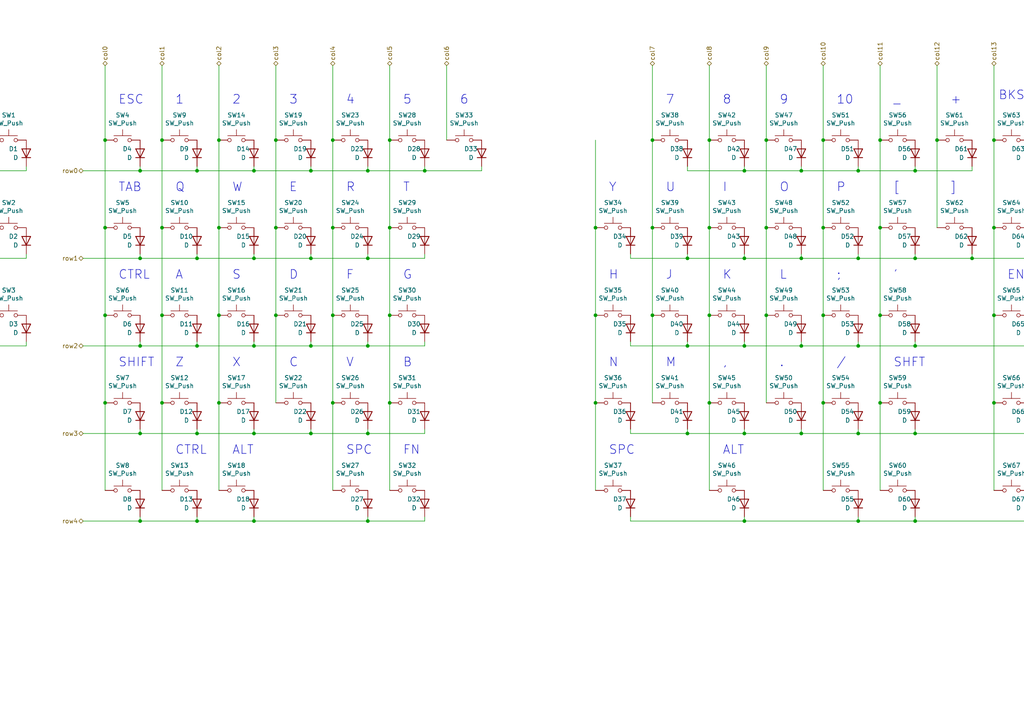
<source format=kicad_sch>
(kicad_sch (version 20211123) (generator eeschema)
  (paper "A4")
  (lib_symbols
    (symbol "Device:D" (pin_numbers hide) (pin_names (offset 1.016) hide)
      (property "Reference" "D" (at 0 2.54 0))
      (property "Value" "D" (at 0 -2.54 0))
      (symbol "D_0_1"
        (polyline (pts (xy -1.27 1.27) (xy -1.27 -1.27)) (stroke (width 0.254)))
        (polyline (pts (xy 1.27 0) (xy -1.27 0)))
        (polyline (pts (xy 1.27 1.27) (xy 1.27 -1.27) (xy -1.27 0) (xy 1.27 1.27)) (stroke (width 0.254)))
      )
      (symbol "D_1_1"
        (pin passive line (at -3.81 0 0) (length 2.54) (name "K") (number "1"))
        (pin passive line (at 3.81 0 180) (length 2.54) (name "A") (number "2"))
      )
    )
    (symbol "Switch:SW_Push" (pin_numbers hide) (pin_names (offset 1.016) hide)
      (property "Reference" "SW" (at 1.27 2.54 0))
      (property "Value" "SW_Push" (at 0 -1.524 0))
      (symbol "SW_Push_0_1"
        (circle (center -2.032 0) (radius 0.508))
        (polyline (pts (xy 0 1.27) (xy 0 3.048)))
        (polyline (pts (xy 2.54 1.27) (xy -2.54 1.27)))
        (circle (center 2.032 0) (radius 0.508))
        (pin passive line (at -5.08 0 0) (length 2.54) (name "1") (number "1"))
        (pin passive line (at 5.08 0 180) (length 2.54) (name "2") (number "2"))
      )
    )
  )
  (junction (at 73.66 49.53))
  (junction (at 288.29 40.64))
  (junction (at 255.27 40.64))
  (junction (at 255.27 116.84))
  (junction (at 238.76 40.64))
  (junction (at 57.15 74.93))
  (junction (at 96.52 66.04))
  (junction (at 271.78 40.64))
  (junction (at 265.43 100.33))
  (junction (at 232.41 125.73))
  (junction (at 57.15 125.73))
  (junction (at 73.66 125.73))
  (junction (at 232.41 74.93))
  (junction (at 205.74 40.64))
  (junction (at 46.99 91.44))
  (junction (at 288.29 91.44))
  (junction (at 215.9 74.93))
  (junction (at 199.39 125.73))
  (junction (at 80.01 40.64))
  (junction (at 255.27 91.44))
  (junction (at 96.52 116.84))
  (junction (at 57.15 49.53))
  (junction (at 30.48 91.44))
  (junction (at 63.5 91.44))
  (junction (at 288.29 66.04))
  (junction (at 106.68 125.73))
  (junction (at 96.52 40.64))
  (junction (at 298.45 125.73))
  (junction (at 265.43 151.13))
  (junction (at 248.92 151.13))
  (junction (at 238.76 91.44))
  (junction (at 222.25 40.64))
  (junction (at 90.17 49.53))
  (junction (at 106.68 151.13))
  (junction (at 265.43 125.73))
  (junction (at 80.01 66.04))
  (junction (at 46.99 40.64))
  (junction (at 113.03 116.84))
  (junction (at 215.9 151.13))
  (junction (at 215.9 100.33))
  (junction (at 238.76 66.04))
  (junction (at 298.45 151.13))
  (junction (at 189.23 66.04))
  (junction (at 90.17 125.73))
  (junction (at 281.94 74.93))
  (junction (at 113.03 66.04))
  (junction (at 265.43 49.53))
  (junction (at 96.52 91.44))
  (junction (at 113.03 40.64))
  (junction (at 57.15 151.13))
  (junction (at 232.41 49.53))
  (junction (at 73.66 100.33))
  (junction (at 265.43 74.93))
  (junction (at 106.68 49.53))
  (junction (at 248.92 100.33))
  (junction (at 113.03 91.44))
  (junction (at 63.5 116.84))
  (junction (at -2.54 40.64))
  (junction (at 205.74 91.44))
  (junction (at 63.5 66.04))
  (junction (at 40.64 74.93))
  (junction (at 189.23 40.64))
  (junction (at 106.68 74.93))
  (junction (at 232.41 100.33))
  (junction (at 199.39 100.33))
  (junction (at 238.76 116.84))
  (junction (at 40.64 49.53))
  (junction (at 40.64 125.73))
  (junction (at 80.01 91.44))
  (junction (at 40.64 151.13))
  (junction (at -2.54 91.44))
  (junction (at 205.74 116.84))
  (junction (at 73.66 151.13))
  (junction (at -2.54 66.04))
  (junction (at 123.19 49.53))
  (junction (at 106.68 100.33))
  (junction (at 172.72 66.04))
  (junction (at 205.74 66.04))
  (junction (at 189.23 91.44))
  (junction (at 222.25 91.44))
  (junction (at 172.72 91.44))
  (junction (at 57.15 100.33))
  (junction (at 40.64 100.33))
  (junction (at 63.5 40.64))
  (junction (at 248.92 74.93))
  (junction (at 46.99 66.04))
  (junction (at 172.72 116.84))
  (junction (at 222.25 66.04))
  (junction (at 73.66 74.93))
  (junction (at 255.27 66.04))
  (junction (at 30.48 40.64))
  (junction (at 90.17 74.93))
  (junction (at 199.39 74.93))
  (junction (at 288.29 116.84))
  (junction (at 46.99 116.84))
  (junction (at 90.17 100.33))
  (junction (at 248.92 125.73))
  (junction (at 215.9 49.53))
  (junction (at 248.92 49.53))
  (junction (at 215.9 125.73))
  (junction (at 30.48 66.04))
  (junction (at 30.48 116.84))
  (wire (pts (xy 215.9 48.26) (xy 215.9 49.53)))
  (wire (pts (xy 199.39 49.53) (xy 215.9 49.53)))
  (wire (pts (xy 80.01 40.64) (xy 80.01 66.04)))
  (wire (pts (xy 215.9 99.06) (xy 215.9 100.33)))
  (wire (pts (xy 57.15 125.73) (xy 73.66 125.73)))
  (wire (pts (xy -2.54 91.44) (xy -2.54 116.84)))
  (wire (pts (xy 182.88 74.93) (xy 199.39 74.93)))
  (wire (pts (xy 199.39 73.66) (xy 199.39 74.93)))
  (wire (pts (xy 30.48 19.05) (xy 30.48 40.64)))
  (wire (pts (xy 30.48 40.64) (xy 30.48 66.04)))
  (wire (pts (xy 172.72 116.84) (xy 172.72 142.24)))
  (wire (pts (xy 80.01 19.05) (xy 80.01 40.64)))
  (wire (pts (xy -2.54 66.04) (xy -2.54 91.44)))
  (wire (pts (xy 248.92 149.86) (xy 248.92 151.13)))
  (wire (pts (xy 40.64 151.13) (xy 57.15 151.13)))
  (wire (pts (xy 215.9 73.66) (xy 215.9 74.93)))
  (wire (pts (xy 255.27 40.64) (xy 255.27 66.04)))
  (wire (pts (xy 222.25 40.64) (xy 222.25 66.04)))
  (wire (pts (xy 189.23 19.05) (xy 189.23 40.64)))
  (wire (pts (xy 73.66 100.33) (xy 90.17 100.33)))
  (wire (pts (xy 57.15 124.46) (xy 57.15 125.73)))
  (wire (pts (xy 57.15 48.26) (xy 57.15 49.53)))
  (wire (pts (xy 46.99 116.84) (xy 46.99 142.24)))
  (wire (pts (xy 172.72 66.04) (xy 172.72 91.44)))
  (wire (pts (xy 57.15 100.33) (xy 73.66 100.33)))
  (wire (pts (xy 123.19 124.46) (xy 123.19 125.73)))
  (wire (pts (xy 182.88 100.33) (xy 199.39 100.33)))
  (wire (pts (xy 73.66 99.06) (xy 73.66 100.33)))
  (wire (pts (xy 199.39 100.33) (xy 215.9 100.33)))
  (wire (pts (xy 40.64 99.06) (xy 40.64 100.33)))
  (wire (pts (xy 265.43 149.86) (xy 265.43 151.13)))
  (wire (pts (xy 248.92 48.26) (xy 248.92 49.53)))
  (wire (pts (xy 248.92 151.13) (xy 265.43 151.13)))
  (wire (pts (xy 222.25 91.44) (xy 222.25 116.84)))
  (wire (pts (xy 288.29 116.84) (xy 288.29 142.24)))
  (wire (pts (xy 182.88 124.46) (xy 182.88 125.73)))
  (wire (pts (xy 248.92 49.53) (xy 265.43 49.53)))
  (wire (pts (xy 205.74 116.84) (xy 205.74 142.24)))
  (wire (pts (xy 57.15 99.06) (xy 57.15 100.33)))
  (wire (pts (xy 106.68 124.46) (xy 106.68 125.73)))
  (wire (pts (xy 215.9 74.93) (xy 232.41 74.93)))
  (wire (pts (xy 40.64 73.66) (xy 40.64 74.93)))
  (wire (pts (xy 232.41 125.73) (xy 248.92 125.73)))
  (wire (pts (xy 288.29 19.05) (xy 288.29 40.64)))
  (wire (pts (xy 113.03 91.44) (xy 113.03 116.84)))
  (wire (pts (xy 63.5 91.44) (xy 63.5 116.84)))
  (wire (pts (xy 63.5 40.64) (xy 63.5 66.04)))
  (wire (pts (xy 106.68 151.13) (xy 123.19 151.13)))
  (wire (pts (xy 30.48 91.44) (xy 30.48 116.84)))
  (wire (pts (xy 123.19 49.53) (xy 139.7 49.53)))
  (wire (pts (xy 288.29 66.04) (xy 288.29 91.44)))
  (wire (pts (xy 123.19 99.06) (xy 123.19 100.33)))
  (wire (pts (xy 172.72 91.44) (xy 172.72 116.84)))
  (wire (pts (xy 96.52 91.44) (xy 96.52 116.84)))
  (wire (pts (xy 281.94 74.93) (xy 298.45 74.93)))
  (wire (pts (xy 199.39 99.06) (xy 199.39 100.33)))
  (wire (pts (xy 215.9 100.33) (xy 232.41 100.33)))
  (wire (pts (xy 46.99 91.44) (xy 46.99 116.84)))
  (wire (pts (xy 40.64 125.73) (xy 57.15 125.73)))
  (wire (pts (xy -2.54 19.05) (xy -2.54 40.64)))
  (wire (pts (xy 248.92 73.66) (xy 248.92 74.93)))
  (wire (pts (xy 182.88 125.73) (xy 199.39 125.73)))
  (wire (pts (xy 215.9 149.86) (xy 215.9 151.13)))
  (wire (pts (xy 96.52 66.04) (xy 96.52 91.44)))
  (wire (pts (xy 222.25 66.04) (xy 222.25 91.44)))
  (wire (pts (xy 113.03 66.04) (xy 113.03 91.44)))
  (wire (pts (xy 24.13 49.53) (xy 40.64 49.53)))
  (wire (pts (xy 215.9 125.73) (xy 232.41 125.73)))
  (wire (pts (xy 40.64 100.33) (xy 57.15 100.33)))
  (wire (pts (xy 73.66 124.46) (xy 73.66 125.73)))
  (wire (pts (xy 265.43 124.46) (xy 265.43 125.73)))
  (wire (pts (xy 298.45 151.13) (xy 314.96 151.13)))
  (wire (pts (xy 40.64 49.53) (xy 57.15 49.53)))
  (wire (pts (xy 46.99 40.64) (xy 46.99 66.04)))
  (wire (pts (xy 123.19 73.66) (xy 123.19 74.93)))
  (wire (pts (xy 238.76 116.84) (xy 238.76 142.24)))
  (wire (pts (xy 106.68 125.73) (xy 123.19 125.73)))
  (wire (pts (xy -8.89 74.93) (xy 7.62 74.93)))
  (wire (pts (xy 238.76 91.44) (xy 238.76 116.84)))
  (wire (pts (xy 232.41 99.06) (xy 232.41 100.33)))
  (wire (pts (xy 30.48 116.84) (xy 30.48 142.24)))
  (wire (pts (xy 113.03 40.64) (xy 113.03 66.04)))
  (wire (pts (xy 265.43 151.13) (xy 298.45 151.13)))
  (wire (pts (xy 7.62 73.66) (xy 7.62 74.93)))
  (wire (pts (xy 57.15 149.86) (xy 57.15 151.13)))
  (wire (pts (xy 80.01 66.04) (xy 80.01 91.44)))
  (wire (pts (xy 298.45 99.06) (xy 298.45 100.33)))
  (wire (pts (xy 182.88 151.13) (xy 215.9 151.13)))
  (wire (pts (xy 189.23 66.04) (xy 189.23 91.44)))
  (wire (pts (xy 123.19 149.86) (xy 123.19 151.13)))
  (wire (pts (xy 73.66 125.73) (xy 90.17 125.73)))
  (wire (pts (xy 106.68 149.86) (xy 106.68 151.13)))
  (wire (pts (xy 232.41 48.26) (xy 232.41 49.53)))
  (wire (pts (xy 57.15 74.93) (xy 73.66 74.93)))
  (wire (pts (xy 90.17 100.33) (xy 106.68 100.33)))
  (wire (pts (xy 189.23 40.64) (xy 189.23 66.04)))
  (wire (pts (xy 265.43 125.73) (xy 298.45 125.73)))
  (wire (pts (xy 199.39 124.46) (xy 199.39 125.73)))
  (wire (pts (xy 40.64 149.86) (xy 40.64 151.13)))
  (wire (pts (xy 73.66 151.13) (xy 106.68 151.13)))
  (wire (pts (xy 63.5 66.04) (xy 63.5 91.44)))
  (wire (pts (xy 7.62 48.26) (xy 7.62 49.53)))
  (wire (pts (xy 205.74 91.44) (xy 205.74 116.84)))
  (wire (pts (xy 90.17 125.73) (xy 106.68 125.73)))
  (wire (pts (xy 271.78 19.05) (xy 271.78 40.64)))
  (wire (pts (xy 199.39 74.93) (xy 215.9 74.93)))
  (wire (pts (xy 238.76 19.05) (xy 238.76 40.64)))
  (wire (pts (xy 265.43 99.06) (xy 265.43 100.33)))
  (wire (pts (xy 106.68 100.33) (xy 123.19 100.33)))
  (wire (pts (xy 255.27 116.84) (xy 255.27 142.24)))
  (wire (pts (xy 73.66 49.53) (xy 90.17 49.53)))
  (wire (pts (xy 255.27 66.04) (xy 255.27 91.44)))
  (wire (pts (xy 182.88 99.06) (xy 182.88 100.33)))
  (wire (pts (xy 40.64 74.93) (xy 57.15 74.93)))
  (wire (pts (xy 106.68 49.53) (xy 123.19 49.53)))
  (wire (pts (xy 24.13 74.93) (xy 40.64 74.93)))
  (wire (pts (xy 248.92 99.06) (xy 248.92 100.33)))
  (wire (pts (xy 255.27 19.05) (xy 255.27 40.64)))
  (wire (pts (xy -25.4 100.33) (xy 7.62 100.33)))
  (wire (pts (xy 265.43 74.93) (xy 281.94 74.93)))
  (wire (pts (xy 90.17 49.53) (xy 106.68 49.53)))
  (wire (pts (xy 24.13 151.13) (xy 40.64 151.13)))
  (wire (pts (xy 265.43 73.66) (xy 265.43 74.93)))
  (wire (pts (xy 80.01 91.44) (xy 80.01 116.84)))
  (wire (pts (xy 57.15 49.53) (xy 73.66 49.53)))
  (wire (pts (xy 123.19 48.26) (xy 123.19 49.53)))
  (wire (pts (xy 238.76 66.04) (xy 238.76 91.44)))
  (wire (pts (xy 265.43 49.53) (xy 281.94 49.53)))
  (wire (pts (xy 255.27 91.44) (xy 255.27 116.84)))
  (wire (pts (xy 298.45 73.66) (xy 298.45 74.93)))
  (wire (pts (xy 232.41 100.33) (xy 248.92 100.33)))
  (wire (pts (xy 265.43 100.33) (xy 298.45 100.33)))
  (wire (pts (xy 205.74 40.64) (xy 205.74 66.04)))
  (wire (pts (xy 113.03 116.84) (xy 113.03 142.24)))
  (wire (pts (xy 90.17 48.26) (xy 90.17 49.53)))
  (wire (pts (xy 90.17 99.06) (xy 90.17 100.33)))
  (wire (pts (xy 271.78 40.64) (xy 271.78 66.04)))
  (wire (pts (xy 232.41 74.93) (xy 248.92 74.93)))
  (wire (pts (xy 215.9 124.46) (xy 215.9 125.73)))
  (wire (pts (xy 96.52 116.84) (xy 96.52 142.24)))
  (wire (pts (xy 73.66 73.66) (xy 73.66 74.93)))
  (wire (pts (xy 298.45 124.46) (xy 298.45 125.73)))
  (wire (pts (xy 106.68 73.66) (xy 106.68 74.93)))
  (wire (pts (xy 298.45 149.86) (xy 298.45 151.13)))
  (wire (pts (xy 199.39 125.73) (xy 215.9 125.73)))
  (wire (pts (xy 46.99 19.05) (xy 46.99 40.64)))
  (wire (pts (xy 90.17 74.93) (xy 106.68 74.93)))
  (wire (pts (xy 106.68 99.06) (xy 106.68 100.33)))
  (wire (pts (xy 7.62 99.06) (xy 7.62 100.33)))
  (wire (pts (xy 248.92 125.73) (xy 265.43 125.73)))
  (wire (pts (xy 172.72 40.64) (xy 172.72 66.04)))
  (wire (pts (xy 90.17 73.66) (xy 90.17 74.93)))
  (wire (pts (xy 288.29 91.44) (xy 288.29 116.84)))
  (wire (pts (xy 248.92 74.93) (xy 265.43 74.93)))
  (wire (pts (xy 96.52 19.05) (xy 96.52 40.64)))
  (wire (pts (xy 24.13 100.33) (xy 40.64 100.33)))
  (wire (pts (xy 106.68 74.93) (xy 123.19 74.93)))
  (wire (pts (xy 248.92 124.46) (xy 248.92 125.73)))
  (wire (pts (xy 222.25 19.05) (xy 222.25 40.64)))
  (wire (pts (xy 215.9 49.53) (xy 232.41 49.53)))
  (wire (pts (xy 182.88 149.86) (xy 182.88 151.13)))
  (wire (pts (xy 106.68 48.26) (xy 106.68 49.53)))
  (wire (pts (xy 232.41 49.53) (xy 248.92 49.53)))
  (wire (pts (xy 199.39 48.26) (xy 199.39 49.53)))
  (wire (pts (xy 129.54 19.05) (xy 129.54 40.64)))
  (wire (pts (xy 57.15 73.66) (xy 57.15 74.93)))
  (wire (pts (xy 139.7 48.26) (xy 139.7 49.53)))
  (wire (pts (xy 63.5 116.84) (xy 63.5 142.24)))
  (wire (pts (xy 215.9 151.13) (xy 248.92 151.13)))
  (wire (pts (xy 24.13 125.73) (xy 40.64 125.73)))
  (wire (pts (xy 248.92 100.33) (xy 265.43 100.33)))
  (wire (pts (xy -8.89 49.53) (xy 7.62 49.53)))
  (wire (pts (xy 40.64 48.26) (xy 40.64 49.53)))
  (wire (pts (xy 40.64 124.46) (xy 40.64 125.73)))
  (wire (pts (xy 113.03 19.05) (xy 113.03 40.64)))
  (wire (pts (xy 30.48 66.04) (xy 30.48 91.44)))
  (wire (pts (xy 189.23 91.44) (xy 189.23 116.84)))
  (wire (pts (xy 73.66 48.26) (xy 73.66 49.53)))
  (wire (pts (xy 238.76 40.64) (xy 238.76 66.04)))
  (wire (pts (xy 57.15 151.13) (xy 73.66 151.13)))
  (wire (pts (xy 205.74 66.04) (xy 205.74 91.44)))
  (wire (pts (xy 182.88 73.66) (xy 182.88 74.93)))
  (wire (pts (xy 205.74 19.05) (xy 205.74 40.64)))
  (wire (pts (xy 265.43 48.26) (xy 265.43 49.53)))
  (wire (pts (xy 281.94 73.66) (xy 281.94 74.93)))
  (wire (pts (xy -2.54 40.64) (xy -2.54 66.04)))
  (wire (pts (xy 73.66 149.86) (xy 73.66 151.13)))
  (wire (pts (xy 298.45 48.26) (xy 298.45 49.53)))
  (wire (pts (xy 232.41 124.46) (xy 232.41 125.73)))
  (wire (pts (xy 73.66 74.93) (xy 90.17 74.93)))
  (wire (pts (xy 288.29 40.64) (xy 288.29 66.04)))
  (wire (pts (xy 298.45 125.73) (xy 314.96 125.73)))
  (wire (pts (xy 63.5 19.05) (xy 63.5 40.64)))
  (wire (pts (xy 96.52 40.64) (xy 96.52 66.04)))
  (wire (pts (xy 90.17 124.46) (xy 90.17 125.73)))
  (wire (pts (xy 232.41 73.66) (xy 232.41 74.93)))
  (wire (pts (xy 281.94 48.26) (xy 281.94 49.53)))
  (wire (pts (xy 46.99 66.04) (xy 46.99 91.44)))
  (text "5" (at 116.84 30.48 0) (effects (font (size 2.54 2.54)) (justify left bottom)))
  (text "2" (at 67.31 30.48 0) (effects (font (size 2.54 2.54)) (justify left bottom)))
  (text "T" (at 116.84 55.88 0) (effects (font (size 2.54 2.54)) (justify left bottom)))
  (text "E" (at 83.82 55.88 0) (effects (font (size 2.54 2.54)) (justify left bottom)))
  (text "O" (at 226.06 55.88 0) (effects (font (size 2.54 2.54)) (justify left bottom)))
  (text "[" (at 259.08 55.88 0) (effects (font (size 2.54 2.54)) (justify left bottom)))
  (text "M" (at 193.04 106.68 0) (effects (font (size 2.54 2.54)) (justify left bottom)))
  (text "F" (at 100.33 81.28 0) (effects (font (size 2.54 2.54)) (justify left bottom)))
  (text "8" (at 209.55 30.48 0) (effects (font (size 2.54 2.54)) (justify left bottom)))
  (text ".\n" (at 226.06 106.68 0) (effects (font (size 2.54 2.54)) (justify left bottom)))
  (text "I" (at 209.55 55.88 0) (effects (font (size 2.54 2.54)) (justify left bottom)))
  (text "ENT" (at 292.1 81.28 0) (effects (font (size 2.54 2.54)) (justify left bottom)))
  (text "Y" (at 176.53 55.88 0) (effects (font (size 2.54 2.54)) (justify left bottom)))
  (text "A" (at 50.8 81.28 0) (effects (font (size 2.54 2.54)) (justify left bottom)))
  (text "10" (at 242.57 30.48 0) (effects (font (size 2.54 2.54)) (justify left bottom)))
  (text "H" (at 176.53 81.28 0) (effects (font (size 2.54 2.54)) (justify left bottom)))
  (text "_" (at 259.08 30.48 0) (effects (font (size 2.54 2.54)) (justify left bottom)))
  (text "4" (at 100.33 30.48 0) (effects (font (size 2.54 2.54)) (justify left bottom)))
  (text "BKSP" (at 289.56 29.21 0) (effects (font (size 2.54 2.54)) (justify left bottom)))
  (text "," (at 209.55 106.68 0) (effects (font (size 2.54 2.54)) (justify left bottom)))
  (text "+" (at 275.59 30.48 0) (effects (font (size 2.54 2.54)) (justify left bottom)))
  (text "CTRL" (at 34.29 81.28 0) (effects (font (size 2.54 2.54)) (justify left bottom)))
  (text ";" (at 242.57 81.28 0) (effects (font (size 2.54 2.54)) (justify left bottom)))
  (text "K" (at 209.55 81.28 0) (effects (font (size 2.54 2.54)) (justify left bottom)))
  (text "SPC" (at 176.53 132.08 0) (effects (font (size 2.54 2.54)) (justify left bottom)))
  (text "CTRL" (at 50.8 132.08 0) (effects (font (size 2.54 2.54)) (justify left bottom)))
  (text "W" (at 67.31 55.88 0) (effects (font (size 2.54 2.54)) (justify left bottom)))
  (text "3" (at 83.82 30.48 0) (effects (font (size 2.54 2.54)) (justify left bottom)))
  (text "ESC" (at 34.29 30.48 0) (effects (font (size 2.54 2.54)) (justify left bottom)))
  (text "BKSP" (at -15.24 55.88 0) (effects (font (size 2.54 2.54)) (justify left bottom)))
  (text "G" (at 116.84 81.28 0) (effects (font (size 2.54 2.54)) (justify left bottom)))
  (text "SPC" (at 100.33 132.08 0) (effects (font (size 2.54 2.54)) (justify left bottom)))
  (text "Q" (at 50.8 55.88 0) (effects (font (size 2.54 2.54)) (justify left bottom)))
  (text "'" (at 259.08 81.28 0) (effects (font (size 2.54 2.54)) (justify left bottom)))
  (text "1" (at 50.8 30.48 0) (effects (font (size 2.54 2.54)) (justify left bottom)))
  (text "9" (at 226.06 30.48 0) (effects (font (size 2.54 2.54)) (justify left bottom)))
  (text "TAB" (at 34.29 55.88 0) (effects (font (size 2.54 2.54)) (justify left bottom)))
  (text "7" (at 193.04 30.48 0) (effects (font (size 2.54 2.54)) (justify left bottom)))
  (text "Z" (at 50.8 106.68 0) (effects (font (size 2.54 2.54)) (justify left bottom)))
  (text "B" (at 116.84 106.68 0) (effects (font (size 2.54 2.54)) (justify left bottom)))
  (text "FN" (at 116.84 132.08 0) (effects (font (size 2.54 2.54)) (justify left bottom)))
  (text "P" (at 242.57 55.88 0) (effects (font (size 2.54 2.54)) (justify left bottom)))
  (text "D" (at 83.82 81.28 0) (effects (font (size 2.54 2.54)) (justify left bottom)))
  (text "ALT" (at 209.55 132.08 0) (effects (font (size 2.54 2.54)) (justify left bottom)))
  (text "J" (at 193.04 81.28 0) (effects (font (size 2.54 2.54)) (justify left bottom)))
  (text "SHIFT" (at 34.29 106.68 0) (effects (font (size 2.54 2.54)) (justify left bottom)))
  (text "S" (at 67.31 81.28 0) (effects (font (size 2.54 2.54)) (justify left bottom)))
  (text "]" (at 275.59 55.88 0) (effects (font (size 2.54 2.54)) (justify left bottom)))
  (text "V" (at 100.33 106.68 0) (effects (font (size 2.54 2.54)) (justify left bottom)))
  (text "6" (at 133.35 30.48 0) (effects (font (size 2.54 2.54)) (justify left bottom)))
  (text "L" (at 226.06 81.28 0) (effects (font (size 2.54 2.54)) (justify left bottom)))
  (text "/" (at 242.57 106.68 0) (effects (font (size 2.54 2.54)) (justify left bottom)))
  (text "N" (at 176.53 106.68 0) (effects (font (size 2.54 2.54)) (justify left bottom)))
  (text "C" (at 83.82 106.68 0) (effects (font (size 2.54 2.54)) (justify left bottom)))
  (text "ALT" (at 67.31 132.08 0) (effects (font (size 2.54 2.54)) (justify left bottom)))
  (text "SHFT" (at 259.08 106.68 0) (effects (font (size 2.54 2.54)) (justify left bottom)))
  (text "U" (at 193.04 55.88 0) (effects (font (size 2.54 2.54)) (justify left bottom)))
  (text "X" (at 67.31 106.68 0) (effects (font (size 2.54 2.54)) (justify left bottom)))
  (text "R" (at 100.33 55.88 0) (effects (font (size 2.54 2.54)) (justify left bottom)))
  (hierarchical_label "col13" (shape tri_state) (at 288.29 19.05 90))
  (hierarchical_label "col3" (shape tri_state) (at 80.01 19.05 90))
  (hierarchical_label "col10" (shape tri_state) (at 238.76 19.05 90))
  (hierarchical_label "col11" (shape tri_state) (at 255.27 19.05 90))
  (hierarchical_label "row1" (shape tri_state) (at 24.13 74.93 180))
  (hierarchical_label "row2" (shape tri_state) (at 24.13 100.33 180))
  (hierarchical_label "col6" (shape tri_state) (at 129.54 19.05 90))
  (hierarchical_label "col8" (shape tri_state) (at 205.74 19.05 90))
  (hierarchical_label "col9" (shape tri_state) (at 222.25 19.05 90))
  (hierarchical_label "col2" (shape tri_state) (at 63.5 19.05 90))
  (hierarchical_label "col1" (shape tri_state) (at 46.99 19.05 90))
  (hierarchical_label "row4" (shape tri_state) (at 24.13 151.13 180))
  (hierarchical_label "col7" (shape tri_state) (at 189.23 19.05 90))
  (hierarchical_label "col0" (shape tri_state) (at 30.48 19.05 90))
  (hierarchical_label "row3" (shape tri_state) (at 24.13 125.73 180))
  (hierarchical_label "col12" (shape tri_state) (at 271.78 19.05 90))
  (hierarchical_label "col4" (shape tri_state) (at 96.52 19.05 90))
  (hierarchical_label "row0" (shape tri_state) (at 24.13 49.53 180))
  (hierarchical_label "col5" (shape tri_state) (at 113.03 19.05 90))
  (symbol (lib_id "Switch:SW_Push") (at 35.56 40.64 0) (unit 1)
    (property "Reference" "SW4" (at 35.56 33.401 0))
    (property "Value" "SW_Push" (at 35.56 35.7124 0))
    (property "Footprint" "MX_Switch:SW_Cherry_MX_1.00u_PCB" (effects hide))
  )
  (symbol (lib_id "Device:D") (at 40.64 44.45 90) (unit 1)
    (property "Reference" "D4" (at 35.56 43.18 90) (effects (justify right)))
    (property "Value" "D" (at 36.83 45.72 90) (effects (justify right)))
    (property "Footprint" "Diode_SMD:D_SOD-123" (effects hide))
  )
  (symbol (lib_id "Switch:SW_Push") (at 52.07 40.64 0) (unit 1)
    (property "Reference" "SW9" (at 52.07 33.401 0))
    (property "Value" "SW_Push" (at 52.07 35.7124 0))
    (property "Footprint" "MX_Switch:SW_Cherry_MX_1.00u_PCB" (effects hide))
  )
  (symbol (lib_id "Switch:SW_Push") (at 35.56 66.04 0) (unit 1)
    (property "Reference" "SW5" (at 35.56 58.801 0))
    (property "Value" "SW_Push" (at 35.56 61.1124 0))
    (property "Footprint" "MX_Switch:SW_Cherry_MX_1.50u_PCB" (effects hide))
  )
  (symbol (lib_id "Device:D") (at 40.64 69.85 90) (unit 1)
    (property "Reference" "D5" (at 35.56 68.58 90) (effects (justify right)))
    (property "Value" "D" (at 36.83 71.12 90) (effects (justify right)))
    (property "Footprint" "Diode_SMD:D_SOD-123" (effects hide))
  )
  (symbol (lib_id "Device:D") (at 57.15 44.45 90) (unit 1)
    (property "Reference" "D9" (at 52.07 43.18 90) (effects (justify right)))
    (property "Value" "D" (at 53.34 45.72 90) (effects (justify right)))
    (property "Footprint" "Diode_SMD:D_SOD-123" (effects hide))
  )
  (symbol (lib_id "Switch:SW_Push") (at 52.07 66.04 0) (unit 1)
    (property "Reference" "SW10" (at 52.07 58.801 0))
    (property "Value" "SW_Push" (at 52.07 61.1124 0))
    (property "Footprint" "MX_Switch:SW_Cherry_MX_1.00u_PCB" (effects hide))
  )
  (symbol (lib_id "Device:D") (at 57.15 69.85 90) (unit 1)
    (property "Reference" "D10" (at 52.07 68.58 90) (effects (justify right)))
    (property "Value" "D" (at 53.34 71.12 90) (effects (justify right)))
    (property "Footprint" "Diode_SMD:D_SOD-123" (effects hide))
  )
  (symbol (lib_id "Switch:SW_Push") (at 35.56 91.44 0) (unit 1)
    (property "Reference" "SW6" (at 35.56 84.201 0))
    (property "Value" "SW_Push" (at 35.56 86.5124 0))
    (property "Footprint" "MX_Switch:SW_Cherry_MX_1.75u_PCB" (effects hide))
  )
  (symbol (lib_id "Device:D") (at 40.64 95.25 90) (unit 1)
    (property "Reference" "D6" (at 35.56 93.98 90) (effects (justify right)))
    (property "Value" "D" (at 36.83 96.52 90) (effects (justify right)))
    (property "Footprint" "Diode_SMD:D_SOD-123" (effects hide))
  )
  (symbol (lib_id "Switch:SW_Push") (at 35.56 116.84 0) (unit 1)
    (property "Reference" "SW7" (at 35.56 109.601 0))
    (property "Value" "SW_Push" (at 35.56 111.9124 0))
    (property "Footprint" "MX_Switch:SW_Cherry_MX_2.25u_PCB" (effects hide))
  )
  (symbol (lib_id "Switch:SW_Push") (at 52.07 142.24 0) (unit 1)
    (property "Reference" "SW13" (at 52.07 135.001 0))
    (property "Value" "SW_Push" (at 52.07 137.3124 0))
    (property "Footprint" "MX_Switch:SW_Cherry_MX_1.50u_PCB" (effects hide))
  )
  (symbol (lib_id "Device:D") (at 40.64 120.65 90) (unit 1)
    (property "Reference" "D7" (at 35.56 119.38 90) (effects (justify right)))
    (property "Value" "D" (at 36.83 121.92 90) (effects (justify right)))
    (property "Footprint" "Diode_SMD:D_SOD-123" (effects hide))
  )
  (symbol (lib_id "Device:D") (at 57.15 146.05 90) (unit 1)
    (property "Reference" "D13" (at 52.07 144.78 90) (effects (justify right)))
    (property "Value" "D" (at 53.34 147.32 90) (effects (justify right)))
    (property "Footprint" "Diode_SMD:D_SOD-123" (effects hide))
  )
  (symbol (lib_id "Switch:SW_Push") (at 52.07 91.44 0) (unit 1)
    (property "Reference" "SW11" (at 52.07 84.201 0))
    (property "Value" "SW_Push" (at 52.07 86.5124 0))
    (property "Footprint" "MX_Switch:SW_Cherry_MX_1.00u_PCB" (effects hide))
  )
  (symbol (lib_id "Switch:SW_Push") (at 52.07 116.84 0) (unit 1)
    (property "Reference" "SW12" (at 52.07 109.601 0))
    (property "Value" "SW_Push" (at 52.07 111.9124 0))
    (property "Footprint" "MX_Switch:SW_Cherry_MX_1.00u_PCB" (effects hide))
  )
  (symbol (lib_id "Device:D") (at 57.15 95.25 90) (unit 1)
    (property "Reference" "D11" (at 52.07 93.98 90) (effects (justify right)))
    (property "Value" "D" (at 53.34 96.52 90) (effects (justify right)))
    (property "Footprint" "Diode_SMD:D_SOD-123" (effects hide))
  )
  (symbol (lib_id "Device:D") (at 57.15 120.65 90) (unit 1)
    (property "Reference" "D12" (at 52.07 119.38 90) (effects (justify right)))
    (property "Value" "D" (at 53.34 121.92 90) (effects (justify right)))
    (property "Footprint" "Diode_SMD:D_SOD-123" (effects hide))
  )
  (symbol (lib_id "Switch:SW_Push") (at 68.58 40.64 0) (unit 1)
    (property "Reference" "SW14" (at 68.58 33.401 0))
    (property "Value" "SW_Push" (at 68.58 35.7124 0))
    (property "Footprint" "MX_Switch:SW_Cherry_MX_1.00u_PCB" (effects hide))
  )
  (symbol (lib_id "Device:D") (at 73.66 44.45 90) (unit 1)
    (property "Reference" "D14" (at 68.58 43.18 90) (effects (justify right)))
    (property "Value" "D" (at 69.85 45.72 90) (effects (justify right)))
    (property "Footprint" "Diode_SMD:D_SOD-123" (effects hide))
  )
  (symbol (lib_id "Switch:SW_Push") (at 68.58 66.04 0) (unit 1)
    (property "Reference" "SW15" (at 68.58 58.801 0))
    (property "Value" "SW_Push" (at 68.58 61.1124 0))
    (property "Footprint" "MX_Switch:SW_Cherry_MX_1.00u_PCB" (effects hide))
  )
  (symbol (lib_id "Device:D") (at 73.66 69.85 90) (unit 1)
    (property "Reference" "D15" (at 68.58 68.58 90) (effects (justify right)))
    (property "Value" "D" (at 69.85 71.12 90) (effects (justify right)))
    (property "Footprint" "Diode_SMD:D_SOD-123" (effects hide))
  )
  (symbol (lib_id "Switch:SW_Push") (at 68.58 91.44 0) (unit 1)
    (property "Reference" "SW16" (at 68.58 84.201 0))
    (property "Value" "SW_Push" (at 68.58 86.5124 0))
    (property "Footprint" "MX_Switch:SW_Cherry_MX_1.00u_PCB" (effects hide))
  )
  (symbol (lib_id "Switch:SW_Push") (at 68.58 116.84 0) (unit 1)
    (property "Reference" "SW17" (at 68.58 109.601 0))
    (property "Value" "SW_Push" (at 68.58 111.9124 0))
    (property "Footprint" "MX_Switch:SW_Cherry_MX_1.00u_PCB" (effects hide))
  )
  (symbol (lib_id "Switch:SW_Push") (at 68.58 142.24 0) (unit 1)
    (property "Reference" "SW18" (at 68.58 135.001 0))
    (property "Value" "SW_Push" (at 68.58 137.3124 0))
    (property "Footprint" "MX_Switch:SW_Cherry_MX_1.50u_PCB" (effects hide))
  )
  (symbol (lib_id "Device:D") (at 73.66 95.25 90) (unit 1)
    (property "Reference" "D16" (at 68.58 93.98 90) (effects (justify right)))
    (property "Value" "D" (at 69.85 96.52 90) (effects (justify right)))
    (property "Footprint" "Diode_SMD:D_SOD-123" (effects hide))
  )
  (symbol (lib_id "Device:D") (at 73.66 120.65 90) (unit 1)
    (property "Reference" "D17" (at 68.58 119.38 90) (effects (justify right)))
    (property "Value" "D" (at 69.85 121.92 90) (effects (justify right)))
    (property "Footprint" "Diode_SMD:D_SOD-123" (effects hide))
  )
  (symbol (lib_id "Device:D") (at 73.66 146.05 90) (unit 1)
    (property "Reference" "D18" (at 68.58 144.78 90) (effects (justify right)))
    (property "Value" "D" (at 69.85 147.32 90) (effects (justify right)))
    (property "Footprint" "Diode_SMD:D_SOD-123" (effects hide))
  )
  (symbol (lib_id "Switch:SW_Push") (at 85.09 40.64 0) (unit 1)
    (property "Reference" "SW19" (at 85.09 33.401 0))
    (property "Value" "SW_Push" (at 85.09 35.7124 0))
    (property "Footprint" "MX_Switch:SW_Cherry_MX_1.00u_PCB" (effects hide))
  )
  (symbol (lib_id "Device:D") (at 90.17 44.45 90) (unit 1)
    (property "Reference" "D19" (at 85.09 43.18 90) (effects (justify right)))
    (property "Value" "D" (at 86.36 45.72 90) (effects (justify right)))
    (property "Footprint" "Diode_SMD:D_SOD-123" (effects hide))
  )
  (symbol (lib_id "Switch:SW_Push") (at 85.09 66.04 0) (unit 1)
    (property "Reference" "SW20" (at 85.09 58.801 0))
    (property "Value" "SW_Push" (at 85.09 61.1124 0))
    (property "Footprint" "MX_Switch:SW_Cherry_MX_1.00u_PCB" (effects hide))
  )
  (symbol (lib_id "Device:D") (at 90.17 69.85 90) (unit 1)
    (property "Reference" "D20" (at 85.09 68.58 90) (effects (justify right)))
    (property "Value" "D" (at 86.36 71.12 90) (effects (justify right)))
    (property "Footprint" "Diode_SMD:D_SOD-123" (effects hide))
  )
  (symbol (lib_id "Switch:SW_Push") (at 85.09 91.44 0) (unit 1)
    (property "Reference" "SW21" (at 85.09 84.201 0))
    (property "Value" "SW_Push" (at 85.09 86.5124 0))
    (property "Footprint" "MX_Switch:SW_Cherry_MX_1.00u_PCB" (effects hide))
  )
  (symbol (lib_id "Switch:SW_Push") (at 85.09 116.84 0) (unit 1)
    (property "Reference" "SW22" (at 85.09 109.601 0))
    (property "Value" "SW_Push" (at 85.09 111.9124 0))
    (property "Footprint" "MX_Switch:SW_Cherry_MX_1.00u_PCB" (effects hide))
  )
  (symbol (lib_id "Device:D") (at 90.17 95.25 90) (unit 1)
    (property "Reference" "D21" (at 85.09 93.98 90) (effects (justify right)))
    (property "Value" "D" (at 86.36 96.52 90) (effects (justify right)))
    (property "Footprint" "Diode_SMD:D_SOD-123" (effects hide))
  )
  (symbol (lib_id "Device:D") (at 90.17 120.65 90) (unit 1)
    (property "Reference" "D22" (at 85.09 119.38 90) (effects (justify right)))
    (property "Value" "D" (at 86.36 121.92 90) (effects (justify right)))
    (property "Footprint" "Diode_SMD:D_SOD-123" (effects hide))
  )
  (symbol (lib_id "Switch:SW_Push") (at 101.6 40.64 0) (unit 1)
    (property "Reference" "SW23" (at 101.6 33.401 0))
    (property "Value" "SW_Push" (at 101.6 35.7124 0))
    (property "Footprint" "MX_Switch:SW_Cherry_MX_1.00u_PCB" (effects hide))
  )
  (symbol (lib_id "Device:D") (at 106.68 44.45 90) (unit 1)
    (property "Reference" "D23" (at 101.6 43.18 90) (effects (justify right)))
    (property "Value" "D" (at 102.87 45.72 90) (effects (justify right)))
    (property "Footprint" "Diode_SMD:D_SOD-123" (effects hide))
  )
  (symbol (lib_id "Switch:SW_Push") (at 101.6 66.04 0) (unit 1)
    (property "Reference" "SW24" (at 101.6 58.801 0))
    (property "Value" "SW_Push" (at 101.6 61.1124 0))
    (property "Footprint" "MX_Switch:SW_Cherry_MX_1.00u_PCB" (effects hide))
  )
  (symbol (lib_id "Device:D") (at 106.68 69.85 90) (unit 1)
    (property "Reference" "D24" (at 101.6 68.58 90) (effects (justify right)))
    (property "Value" "D" (at 102.87 71.12 90) (effects (justify right)))
    (property "Footprint" "Diode_SMD:D_SOD-123" (effects hide))
  )
  (symbol (lib_id "Switch:SW_Push") (at 101.6 91.44 0) (unit 1)
    (property "Reference" "SW25" (at 101.6 84.201 0))
    (property "Value" "SW_Push" (at 101.6 86.5124 0))
    (property "Footprint" "MX_Switch:SW_Cherry_MX_1.00u_PCB" (effects hide))
  )
  (symbol (lib_id "Switch:SW_Push") (at 101.6 116.84 0) (unit 1)
    (property "Reference" "SW26" (at 101.6 109.601 0))
    (property "Value" "SW_Push" (at 101.6 111.9124 0))
    (property "Footprint" "MX_Switch:SW_Cherry_MX_1.00u_PCB" (effects hide))
  )
  (symbol (lib_id "Switch:SW_Push") (at 101.6 142.24 0) (unit 1)
    (property "Reference" "SW27" (at 101.6 135.001 0))
    (property "Value" "SW_Push" (at 101.6 137.3124 0))
    (property "Footprint" "MX_Switch:SW_Cherry_MX_2.00u_PCB_ReversedStabilizers" (effects hide))
  )
  (symbol (lib_id "Device:D") (at 106.68 95.25 90) (unit 1)
    (property "Reference" "D25" (at 101.6 93.98 90) (effects (justify right)))
    (property "Value" "D" (at 102.87 96.52 90) (effects (justify right)))
    (property "Footprint" "Diode_SMD:D_SOD-123" (effects hide))
  )
  (symbol (lib_id "Device:D") (at 106.68 120.65 90) (unit 1)
    (property "Reference" "D26" (at 101.6 119.38 90) (effects (justify right)))
    (property "Value" "D" (at 102.87 121.92 90) (effects (justify right)))
    (property "Footprint" "Diode_SMD:D_SOD-123" (effects hide))
  )
  (symbol (lib_id "Device:D") (at 106.68 146.05 90) (unit 1)
    (property "Reference" "D27" (at 101.6 144.78 90) (effects (justify right)))
    (property "Value" "D" (at 102.87 147.32 90) (effects (justify right)))
    (property "Footprint" "Diode_SMD:D_SOD-123" (effects hide))
  )
  (symbol (lib_id "Switch:SW_Push") (at 118.11 40.64 0) (unit 1)
    (property "Reference" "SW28" (at 118.11 33.401 0))
    (property "Value" "SW_Push" (at 118.11 35.7124 0))
    (property "Footprint" "MX_Switch:SW_Cherry_MX_1.00u_PCB" (effects hide))
  )
  (symbol (lib_id "Device:D") (at 123.19 44.45 90) (unit 1)
    (property "Reference" "D28" (at 118.11 43.18 90) (effects (justify right)))
    (property "Value" "D" (at 119.38 45.72 90) (effects (justify right)))
    (property "Footprint" "Diode_SMD:D_SOD-123" (effects hide))
  )
  (symbol (lib_id "Switch:SW_Push") (at 118.11 66.04 0) (unit 1)
    (property "Reference" "SW29" (at 118.11 58.801 0))
    (property "Value" "SW_Push" (at 118.11 61.1124 0))
    (property "Footprint" "MX_Switch:SW_Cherry_MX_1.00u_PCB" (effects hide))
  )
  (symbol (lib_id "Device:D") (at 123.19 69.85 90) (unit 1)
    (property "Reference" "D29" (at 118.11 68.58 90) (effects (justify right)))
    (property "Value" "D" (at 119.38 71.12 90) (effects (justify right)))
    (property "Footprint" "Diode_SMD:D_SOD-123" (effects hide))
  )
  (symbol (lib_id "Switch:SW_Push") (at 118.11 91.44 0) (unit 1)
    (property "Reference" "SW30" (at 118.11 84.201 0))
    (property "Value" "SW_Push" (at 118.11 86.5124 0))
    (property "Footprint" "MX_Switch:SW_Cherry_MX_1.00u_PCB" (effects hide))
  )
  (symbol (lib_id "Switch:SW_Push") (at 118.11 116.84 0) (unit 1)
    (property "Reference" "SW31" (at 118.11 109.601 0))
    (property "Value" "SW_Push" (at 118.11 111.9124 0))
    (property "Footprint" "MX_Switch:SW_Cherry_MX_1.00u_PCB" (effects hide))
  )
  (symbol (lib_id "Switch:SW_Push") (at 118.11 142.24 0) (unit 1)
    (property "Reference" "SW32" (at 118.11 135.001 0))
    (property "Value" "SW_Push" (at 118.11 137.3124 0))
    (property "Footprint" "MX_Switch:SW_Cherry_MX_1.00u_PCB" (effects hide))
  )
  (symbol (lib_id "Device:D") (at 123.19 95.25 90) (unit 1)
    (property "Reference" "D30" (at 118.11 93.98 90) (effects (justify right)))
    (property "Value" "D" (at 119.38 96.52 90) (effects (justify right)))
    (property "Footprint" "Diode_SMD:D_SOD-123" (effects hide))
  )
  (symbol (lib_id "Device:D") (at 123.19 120.65 90) (unit 1)
    (property "Reference" "D31" (at 118.11 119.38 90) (effects (justify right)))
    (property "Value" "D" (at 119.38 121.92 90) (effects (justify right)))
    (property "Footprint" "Diode_SMD:D_SOD-123" (effects hide))
  )
  (symbol (lib_id "Device:D") (at 123.19 146.05 90) (unit 1)
    (property "Reference" "D32" (at 118.11 144.78 90) (effects (justify right)))
    (property "Value" "D" (at 119.38 147.32 90) (effects (justify right)))
    (property "Footprint" "Diode_SMD:D_SOD-123" (effects hide))
  )
  (symbol (lib_id "Switch:SW_Push") (at 134.62 40.64 0) (unit 1)
    (property "Reference" "SW33" (at 134.62 33.401 0))
    (property "Value" "SW_Push" (at 134.62 35.7124 0))
    (property "Footprint" "MX_Switch:SW_Cherry_MX_1.00u_PCB" (effects hide))
  )
  (symbol (lib_id "Device:D") (at 139.7 44.45 90) (unit 1)
    (property "Reference" "D33" (at 134.62 43.18 90) (effects (justify right)))
    (property "Value" "D" (at 135.89 45.72 90) (effects (justify right)))
    (property "Footprint" "Diode_SMD:D_SOD-123" (effects hide))
  )
  (symbol (lib_id "Switch:SW_Push") (at 177.8 66.04 0) (unit 1)
    (property "Reference" "SW34" (at 177.8 58.801 0))
    (property "Value" "SW_Push" (at 177.8 61.1124 0))
    (property "Footprint" "MX_Switch:SW_Cherry_MX_1.00u_PCB" (effects hide))
  )
  (symbol (lib_id "Device:D") (at 182.88 69.85 90) (unit 1)
    (property "Reference" "D34" (at 177.8 68.58 90) (effects (justify right)))
    (property "Value" "D" (at 179.07 71.12 90) (effects (justify right)))
    (property "Footprint" "Diode_SMD:D_SOD-123" (effects hide))
  )
  (symbol (lib_id "Switch:SW_Push") (at 177.8 91.44 0) (unit 1)
    (property "Reference" "SW35" (at 177.8 84.201 0))
    (property "Value" "SW_Push" (at 177.8 86.5124 0))
    (property "Footprint" "MX_Switch:SW_Cherry_MX_1.00u_PCB" (effects hide))
  )
  (symbol (lib_id "Switch:SW_Push") (at 177.8 116.84 0) (unit 1)
    (property "Reference" "SW36" (at 177.8 109.601 0))
    (property "Value" "SW_Push" (at 177.8 111.9124 0))
    (property "Footprint" "MX_Switch:SW_Cherry_MX_1.00u_PCB" (effects hide))
  )
  (symbol (lib_id "Device:D") (at 182.88 95.25 90) (unit 1)
    (property "Reference" "D35" (at 177.8 93.98 90) (effects (justify right)))
    (property "Value" "D" (at 179.07 96.52 90) (effects (justify right)))
    (property "Footprint" "Diode_SMD:D_SOD-123" (effects hide))
  )
  (symbol (lib_id "Device:D") (at 182.88 120.65 90) (unit 1)
    (property "Reference" "D36" (at 177.8 119.38 90) (effects (justify right)))
    (property "Value" "D" (at 179.07 121.92 90) (effects (justify right)))
    (property "Footprint" "Diode_SMD:D_SOD-123" (effects hide))
  )
  (symbol (lib_id "Switch:SW_Push") (at 194.31 40.64 0) (unit 1)
    (property "Reference" "SW38" (at 194.31 33.401 0))
    (property "Value" "SW_Push" (at 194.31 35.7124 0))
    (property "Footprint" "MX_Switch:SW_Cherry_MX_1.00u_PCB" (effects hide))
  )
  (symbol (lib_id "Device:D") (at 199.39 44.45 90) (unit 1)
    (property "Reference" "D38" (at 194.31 43.18 90) (effects (justify right)))
    (property "Value" "D" (at 195.58 45.72 90) (effects (justify right)))
    (property "Footprint" "Diode_SMD:D_SOD-123" (effects hide))
  )
  (symbol (lib_id "Switch:SW_Push") (at 194.31 66.04 0) (unit 1)
    (property "Reference" "SW39" (at 194.31 58.801 0))
    (property "Value" "SW_Push" (at 194.31 61.1124 0))
    (property "Footprint" "MX_Switch:SW_Cherry_MX_1.00u_PCB" (effects hide))
  )
  (symbol (lib_id "Device:D") (at 199.39 69.85 90) (unit 1)
    (property "Reference" "D39" (at 194.31 68.58 90) (effects (justify right)))
    (property "Value" "D" (at 195.58 71.12 90) (effects (justify right)))
    (property "Footprint" "Diode_SMD:D_SOD-123" (effects hide))
  )
  (symbol (lib_id "Switch:SW_Push") (at 194.31 91.44 0) (unit 1)
    (property "Reference" "SW40" (at 194.31 84.201 0))
    (property "Value" "SW_Push" (at 194.31 86.5124 0))
    (property "Footprint" "MX_Switch:SW_Cherry_MX_1.00u_PCB" (effects hide))
  )
  (symbol (lib_id "Switch:SW_Push") (at 194.31 116.84 0) (unit 1)
    (property "Reference" "SW41" (at 194.31 109.601 0))
    (property "Value" "SW_Push" (at 194.31 111.9124 0))
    (property "Footprint" "MX_Switch:SW_Cherry_MX_1.00u_PCB" (effects hide))
  )
  (symbol (lib_id "Switch:SW_Push") (at 177.8 142.24 0) (unit 1)
    (property "Reference" "SW37" (at 177.8 135.001 0))
    (property "Value" "SW_Push" (at 177.8 137.3124 0))
    (property "Footprint" "MX_Switch:SW_Cherry_MX_2.75u_PCB_ReversedStabilizers" (effects hide))
  )
  (symbol (lib_id "Device:D") (at 199.39 95.25 90) (unit 1)
    (property "Reference" "D40" (at 194.31 93.98 90) (effects (justify right)))
    (property "Value" "D" (at 195.58 96.52 90) (effects (justify right)))
    (property "Footprint" "Diode_SMD:D_SOD-123" (effects hide))
  )
  (symbol (lib_id "Device:D") (at 199.39 120.65 90) (unit 1)
    (property "Reference" "D41" (at 194.31 119.38 90) (effects (justify right)))
    (property "Value" "D" (at 195.58 121.92 90) (effects (justify right)))
    (property "Footprint" "Diode_SMD:D_SOD-123" (effects hide))
  )
  (symbol (lib_id "Device:D") (at 182.88 146.05 90) (unit 1)
    (property "Reference" "D37" (at 177.8 144.78 90) (effects (justify right)))
    (property "Value" "D" (at 179.07 147.32 90) (effects (justify right)))
    (property "Footprint" "Diode_SMD:D_SOD-123" (effects hide))
  )
  (symbol (lib_id "Switch:SW_Push") (at 210.82 40.64 0) (unit 1)
    (property "Reference" "SW42" (at 210.82 33.401 0))
    (property "Value" "SW_Push" (at 210.82 35.7124 0))
    (property "Footprint" "MX_Switch:SW_Cherry_MX_1.00u_PCB" (effects hide))
  )
  (symbol (lib_id "Device:D") (at 215.9 44.45 90) (unit 1)
    (property "Reference" "D42" (at 210.82 43.18 90) (effects (justify right)))
    (property "Value" "D" (at 212.09 45.72 90) (effects (justify right)))
    (property "Footprint" "Diode_SMD:D_SOD-123" (effects hide))
  )
  (symbol (lib_id "Switch:SW_Push") (at 210.82 66.04 0) (unit 1)
    (property "Reference" "SW43" (at 210.82 58.801 0))
    (property "Value" "SW_Push" (at 210.82 61.1124 0))
    (property "Footprint" "MX_Switch:SW_Cherry_MX_1.00u_PCB" (effects hide))
  )
  (symbol (lib_id "Device:D") (at 215.9 69.85 90) (unit 1)
    (property "Reference" "D43" (at 210.82 68.58 90) (effects (justify right)))
    (property "Value" "D" (at 212.09 71.12 90) (effects (justify right)))
    (property "Footprint" "Diode_SMD:D_SOD-123" (effects hide))
  )
  (symbol (lib_id "Switch:SW_Push") (at 210.82 91.44 0) (unit 1)
    (property "Reference" "SW44" (at 210.82 84.201 0))
    (property "Value" "SW_Push" (at 210.82 86.5124 0))
    (property "Footprint" "MX_Switch:SW_Cherry_MX_1.00u_PCB" (effects hide))
  )
  (symbol (lib_id "Switch:SW_Push") (at 210.82 116.84 0) (unit 1)
    (property "Reference" "SW45" (at 210.82 109.601 0))
    (property "Value" "SW_Push" (at 210.82 111.9124 0))
    (property "Footprint" "MX_Switch:SW_Cherry_MX_1.00u_PCB" (effects hide))
  )
  (symbol (lib_id "Device:D") (at 215.9 95.25 90) (unit 1)
    (property "Reference" "D44" (at 210.82 93.98 90) (effects (justify right)))
    (property "Value" "D" (at 212.09 96.52 90) (effects (justify right)))
    (property "Footprint" "Diode_SMD:D_SOD-123" (effects hide))
  )
  (symbol (lib_id "Device:D") (at 215.9 120.65 90) (unit 1)
    (property "Reference" "D45" (at 210.82 119.38 90) (effects (justify right)))
    (property "Value" "D" (at 212.09 121.92 90) (effects (justify right)))
    (property "Footprint" "Diode_SMD:D_SOD-123" (effects hide))
  )
  (symbol (lib_id "Switch:SW_Push") (at 227.33 40.64 0) (unit 1)
    (property "Reference" "SW47" (at 227.33 33.401 0))
    (property "Value" "SW_Push" (at 227.33 35.7124 0))
    (property "Footprint" "MX_Switch:SW_Cherry_MX_1.00u_PCB" (effects hide))
  )
  (symbol (lib_id "Device:D") (at 232.41 44.45 90) (unit 1)
    (property "Reference" "D47" (at 227.33 43.18 90) (effects (justify right)))
    (property "Value" "D" (at 228.6 45.72 90) (effects (justify right)))
    (property "Footprint" "Diode_SMD:D_SOD-123" (effects hide))
  )
  (symbol (lib_id "Switch:SW_Push") (at 227.33 66.04 0) (unit 1)
    (property "Reference" "SW48" (at 227.33 58.801 0))
    (property "Value" "SW_Push" (at 227.33 61.1124 0))
    (property "Footprint" "MX_Switch:SW_Cherry_MX_1.00u_PCB" (effects hide))
  )
  (symbol (lib_id "Device:D") (at 232.41 69.85 90) (unit 1)
    (property "Reference" "D48" (at 227.33 68.58 90) (effects (justify right)))
    (property "Value" "D" (at 228.6 71.12 90) (effects (justify right)))
    (property "Footprint" "Diode_SMD:D_SOD-123" (effects hide))
  )
  (symbol (lib_id "Switch:SW_Push") (at 227.33 91.44 0) (unit 1)
    (property "Reference" "SW49" (at 227.33 84.201 0))
    (property "Value" "SW_Push" (at 227.33 86.5124 0))
    (property "Footprint" "MX_Switch:SW_Cherry_MX_1.00u_PCB" (effects hide))
  )
  (symbol (lib_id "Switch:SW_Push") (at 227.33 116.84 0) (unit 1)
    (property "Reference" "SW50" (at 227.33 109.601 0))
    (property "Value" "SW_Push" (at 227.33 111.9124 0))
    (property "Footprint" "MX_Switch:SW_Cherry_MX_1.00u_PCB" (effects hide))
  )
  (symbol (lib_id "Switch:SW_Push") (at 210.82 142.24 0) (unit 1)
    (property "Reference" "SW46" (at 210.82 135.001 0))
    (property "Value" "SW_Push" (at 210.82 137.3124 0))
    (property "Footprint" "MX_Switch:SW_Cherry_MX_1.50u_PCB" (effects hide))
  )
  (symbol (lib_id "Device:D") (at 232.41 95.25 90) (unit 1)
    (property "Reference" "D49" (at 227.33 93.98 90) (effects (justify right)))
    (property "Value" "D" (at 228.6 96.52 90) (effects (justify right)))
    (property "Footprint" "Diode_SMD:D_SOD-123" (effects hide))
  )
  (symbol (lib_id "Device:D") (at 232.41 120.65 90) (unit 1)
    (property "Reference" "D50" (at 227.33 119.38 90) (effects (justify right)))
    (property "Value" "D" (at 228.6 121.92 90) (effects (justify right)))
    (property "Footprint" "Diode_SMD:D_SOD-123" (effects hide))
  )
  (symbol (lib_id "Device:D") (at 215.9 146.05 90) (unit 1)
    (property "Reference" "D46" (at 210.82 144.78 90) (effects (justify right)))
    (property "Value" "D" (at 212.09 147.32 90) (effects (justify right)))
    (property "Footprint" "Diode_SMD:D_SOD-123" (effects hide))
  )
  (symbol (lib_id "Switch:SW_Push") (at 243.84 40.64 0) (unit 1)
    (property "Reference" "SW51" (at 243.84 33.401 0))
    (property "Value" "SW_Push" (at 243.84 35.7124 0))
    (property "Footprint" "MX_Switch:SW_Cherry_MX_1.00u_PCB" (effects hide))
  )
  (symbol (lib_id "Device:D") (at 248.92 44.45 90) (unit 1)
    (property "Reference" "D51" (at 243.84 43.18 90) (effects (justify right)))
    (property "Value" "D" (at 245.11 45.72 90) (effects (justify right)))
    (property "Footprint" "Diode_SMD:D_SOD-123" (effects hide))
  )
  (symbol (lib_id "Switch:SW_Push") (at 243.84 66.04 0) (unit 1)
    (property "Reference" "SW52" (at 243.84 58.801 0))
    (property "Value" "SW_Push" (at 243.84 61.1124 0))
    (property "Footprint" "MX_Switch:SW_Cherry_MX_1.00u_PCB" (effects hide))
  )
  (symbol (lib_id "Device:D") (at 248.92 69.85 90) (unit 1)
    (property "Reference" "D52" (at 243.84 68.58 90) (effects (justify right)))
    (property "Value" "D" (at 245.11 71.12 90) (effects (justify right)))
    (property "Footprint" "Diode_SMD:D_SOD-123" (effects hide))
  )
  (symbol (lib_id "Switch:SW_Push") (at 243.84 91.44 0) (unit 1)
    (property "Reference" "SW53" (at 243.84 84.201 0))
    (property "Value" "SW_Push" (at 243.84 86.5124 0))
    (property "Footprint" "MX_Switch:SW_Cherry_MX_1.00u_PCB" (effects hide))
  )
  (symbol (lib_id "Switch:SW_Push") (at 243.84 116.84 0) (unit 1)
    (property "Reference" "SW54" (at 243.84 109.601 0))
    (property "Value" "SW_Push" (at 243.84 111.9124 0))
    (property "Footprint" "MX_Switch:SW_Cherry_MX_1.00u_PCB" (effects hide))
  )
  (symbol (lib_id "Device:D") (at 248.92 95.25 90) (unit 1)
    (property "Reference" "D53" (at 243.84 93.98 90) (effects (justify right)))
    (property "Value" "D" (at 245.11 96.52 90) (effects (justify right)))
    (property "Footprint" "Diode_SMD:D_SOD-123" (effects hide))
  )
  (symbol (lib_id "Device:D") (at 248.92 120.65 90) (unit 1)
    (property "Reference" "D54" (at 243.84 119.38 90) (effects (justify right)))
    (property "Value" "D" (at 245.11 121.92 90) (effects (justify right)))
    (property "Footprint" "Diode_SMD:D_SOD-123" (effects hide))
  )
  (symbol (lib_id "Switch:SW_Push") (at 260.35 40.64 0) (unit 1)
    (property "Reference" "SW56" (at 260.35 33.401 0))
    (property "Value" "SW_Push" (at 260.35 35.7124 0))
    (property "Footprint" "MX_Switch:SW_Cherry_MX_1.00u_PCB" (effects hide))
  )
  (symbol (lib_id "Device:D") (at 265.43 44.45 90) (unit 1)
    (property "Reference" "D56" (at 260.35 43.18 90) (effects (justify right)))
    (property "Value" "D" (at 261.62 45.72 90) (effects (justify right)))
    (property "Footprint" "Diode_SMD:D_SOD-123" (effects hide))
  )
  (symbol (lib_id "Switch:SW_Push") (at 260.35 66.04 0) (unit 1)
    (property "Reference" "SW57" (at 260.35 58.801 0))
    (property "Value" "SW_Push" (at 260.35 61.1124 0))
    (property "Footprint" "MX_Switch:SW_Cherry_MX_1.00u_PCB" (effects hide))
  )
  (symbol (lib_id "Device:D") (at 265.43 69.85 90) (unit 1)
    (property "Reference" "D57" (at 260.35 68.58 90) (effects (justify right)))
    (property "Value" "D" (at 261.62 71.12 90) (effects (justify right)))
    (property "Footprint" "Diode_SMD:D_SOD-123" (effects hide))
  )
  (symbol (lib_id "Switch:SW_Push") (at 260.35 91.44 0) (unit 1)
    (property "Reference" "SW58" (at 260.35 84.201 0))
    (property "Value" "SW_Push" (at 260.35 86.5124 0))
    (property "Footprint" "MX_Switch:SW_Cherry_MX_1.00u_PCB" (effects hide))
  )
  (symbol (lib_id "Device:D") (at 265.43 95.25 90) (unit 1)
    (property "Reference" "D58" (at 260.35 93.98 90) (effects (justify right)))
    (property "Value" "D" (at 261.62 96.52 90) (effects (justify right)))
    (property "Footprint" "Diode_SMD:D_SOD-123" (effects hide))
  )
  (symbol (lib_id "Switch:SW_Push") (at 276.86 40.64 0) (unit 1)
    (property "Reference" "SW61" (at 276.86 33.401 0))
    (property "Value" "SW_Push" (at 276.86 35.7124 0))
    (property "Footprint" "MX_Switch:SW_Cherry_MX_1.00u_PCB" (effects hide))
  )
  (symbol (lib_id "Device:D") (at 281.94 44.45 90) (unit 1)
    (property "Reference" "D61" (at 276.86 43.18 90) (effects (justify right)))
    (property "Value" "D" (at 278.13 45.72 90) (effects (justify right)))
    (property "Footprint" "Diode_SMD:D_SOD-123" (effects hide))
  )
  (symbol (lib_id "Switch:SW_Push") (at 276.86 66.04 0) (unit 1)
    (property "Reference" "SW62" (at 276.86 58.801 0))
    (property "Value" "SW_Push" (at 276.86 61.1124 0))
    (property "Footprint" "MX_Switch:SW_Cherry_MX_1.00u_PCB" (effects hide))
  )
  (symbol (lib_id "Device:D") (at 281.94 69.85 90) (unit 1)
    (property "Reference" "D62" (at 276.86 68.58 90) (effects (justify right)))
    (property "Value" "D" (at 278.13 71.12 90) (effects (justify right)))
    (property "Footprint" "Diode_SMD:D_SOD-123" (effects hide))
  )
  (symbol (lib_id "Switch:SW_Push") (at 293.37 91.44 0) (unit 1)
    (property "Reference" "SW65" (at 293.37 84.201 0))
    (property "Value" "SW_Push" (at 293.37 86.5124 0))
    (property "Footprint" "MX_Switch:SW_Cherry_MX_2.25u_PCB_ReversedStabilizers" (effects hide))
  )
  (symbol (lib_id "Device:D") (at 298.45 95.25 90) (unit 1)
    (property "Reference" "D65" (at 293.37 93.98 90) (effects (justify right)))
    (property "Value" "D" (at 294.64 96.52 90) (effects (justify right)))
    (property "Footprint" "Diode_SMD:D_SOD-123" (effects hide))
  )
  (symbol (lib_id "Switch:SW_Push") (at 293.37 66.04 0) (unit 1)
    (property "Reference" "SW64" (at 293.37 58.801 0))
    (property "Value" "SW_Push" (at 293.37 61.1124 0))
    (property "Footprint" "MX_Switch:SW_Cherry_MX_1.50u_PCB" (effects hide))
  )
  (symbol (lib_id "Device:D") (at 298.45 69.85 90) (unit 1)
    (property "Reference" "D64" (at 293.37 68.58 90) (effects (justify right)))
    (property "Value" "D" (at 294.64 71.12 90) (effects (justify right)))
    (property "Footprint" "Diode_SMD:D_SOD-123" (effects hide))
  )
  (symbol (lib_id "Switch:SW_Push") (at 293.37 40.64 0) (unit 1)
    (property "Reference" "SW63" (at 293.37 33.401 0))
    (property "Value" "SW_Push" (at 293.37 35.7124 0))
    (property "Footprint" "MX_Switch:SW_Cherry_MX_2.00u_PCB" (effects hide))
  )
  (symbol (lib_id "Device:D") (at 265.43 146.05 90) (unit 1)
    (property "Reference" "D60" (at 260.35 144.78 90) (effects (justify right)))
    (property "Value" "D" (at 261.62 147.32 90) (effects (justify right)))
    (property "Footprint" "Diode_SMD:D_SOD-123" (effects hide))
  )
  (symbol (lib_id "Device:D") (at 7.62 44.45 90) (unit 1)
    (property "Reference" "D1" (at 2.54 43.18 90) (effects (justify right)))
    (property "Value" "D" (at 3.81 45.72 90) (effects (justify right)))
    (property "Footprint" "Diode_SMD:D_SOD-123" (effects hide))
  )
  (symbol (lib_id "Switch:SW_Push") (at 35.56 142.24 0) (unit 1)
    (property "Reference" "SW8" (at 35.56 135.001 0))
    (property "Value" "SW_Push" (at 35.56 137.3124 0))
    (property "Footprint" "MX_Switch:SW_Cherry_MX_1.50u_PCB" (effects hide))
  )
  (symbol (lib_id "Switch:SW_Push") (at 293.37 142.24 0) (unit 1)
    (property "Reference" "SW67" (at 293.37 135.001 0))
    (property "Value" "SW_Push" (at 293.37 137.3124 0))
    (property "Footprint" "MX_Switch:SW_Cherry_MX_1.00u_PCB" (effects hide))
  )
  (symbol (lib_id "Device:D") (at 298.45 146.05 90) (unit 1)
    (property "Reference" "D67" (at 293.37 144.78 90) (effects (justify right)))
    (property "Value" "D" (at 294.64 147.32 90) (effects (justify right)))
    (property "Footprint" "Diode_SMD:D_SOD-123" (effects hide))
  )
  (symbol (lib_id "Switch:SW_Push") (at 2.54 91.44 0) (unit 1)
    (property "Reference" "SW3" (at 2.54 84.201 0))
    (property "Value" "SW_Push" (at 2.54 86.5124 0))
    (property "Footprint" "MX_Switch:SW_Cherry_MX_1.00u_PCB" (effects hide))
  )
  (symbol (lib_id "Device:D") (at 298.45 120.65 90) (unit 1)
    (property "Reference" "D66" (at 293.37 119.38 90) (effects (justify right)))
    (property "Value" "D" (at 294.64 121.92 90) (effects (justify right)))
    (property "Footprint" "Diode_SMD:D_SOD-123" (effects hide))
  )
  (symbol (lib_id "Switch:SW_Push") (at 2.54 66.04 0) (unit 1)
    (property "Reference" "SW2" (at 2.54 58.801 0))
    (property "Value" "SW_Push" (at 2.54 61.1124 0))
    (property "Footprint" "MX_Switch:SW_Cherry_MX_1.00u_PCB" (effects hide))
  )
  (symbol (lib_id "Switch:SW_Push") (at 260.35 142.24 0) (unit 1)
    (property "Reference" "SW60" (at 260.35 135.001 0))
    (property "Value" "SW_Push" (at 260.35 137.3124 0))
    (property "Footprint" "MX_Switch:SW_Cherry_MX_1.50u_PCB" (effects hide))
  )
  (symbol (lib_id "Switch:SW_Push") (at 2.54 40.64 0) (unit 1)
    (property "Reference" "SW1" (at 2.54 33.401 0))
    (property "Value" "SW_Push" (at 2.54 35.7124 0))
    (property "Footprint" "MX_Switch:SW_Cherry_MX_1.00u_PCB" (effects hide))
  )
  (symbol (lib_id "Device:D") (at 40.64 146.05 90) (unit 1)
    (property "Reference" "D8" (at 35.56 144.78 90) (effects (justify right)))
    (property "Value" "D" (at 36.83 147.32 90) (effects (justify right)))
    (property "Footprint" "Diode_SMD:D_SOD-123" (effects hide))
  )
  (symbol (lib_id "Device:D") (at 7.62 69.85 90) (unit 1)
    (property "Reference" "D2" (at 2.54 68.58 90) (effects (justify right)))
    (property "Value" "D" (at 3.81 71.12 90) (effects (justify right)))
    (property "Footprint" "Diode_SMD:D_SOD-123" (effects hide))
  )
  (symbol (lib_id "Switch:SW_Push") (at 260.35 116.84 0) (unit 1)
    (property "Reference" "SW59" (at 260.35 109.601 0))
    (property "Value" "SW_Push" (at 260.35 111.9124 0))
    (property "Footprint" "MX_Switch:SW_Cherry_MX_2.00u_PCB_ReversedStabilizers" (effects hide))
  )
  (symbol (lib_id "Device:D") (at 298.45 44.45 90) (unit 1)
    (property "Reference" "D63" (at 293.37 43.18 90) (effects (justify right)))
    (property "Value" "D" (at 294.64 45.72 90) (effects (justify right)))
    (property "Footprint" "Diode_SMD:D_SOD-123" (effects hide))
  )
  (symbol (lib_id "Device:D") (at 265.43 120.65 90) (unit 1)
    (property "Reference" "D59" (at 260.35 119.38 90) (effects (justify right)))
    (property "Value" "D" (at 261.62 121.92 90) (effects (justify right)))
    (property "Footprint" "Diode_SMD:D_SOD-123" (effects hide))
  )
  (symbol (lib_id "Switch:SW_Push") (at 293.37 116.84 0) (unit 1)
    (property "Reference" "SW66" (at 293.37 109.601 0))
    (property "Value" "SW_Push" (at 293.37 111.9124 0))
    (property "Footprint" "MX_Switch:SW_Cherry_MX_1.00u_PCB" (effects hide))
  )
  (symbol (lib_id "Device:D") (at 7.62 95.25 90) (unit 1)
    (property "Reference" "D3" (at 2.54 93.98 90) (effects (justify right)))
    (property "Value" "D" (at 3.81 96.52 90) (effects (justify right)))
    (property "Footprint" "Diode_SMD:D_SOD-123" (effects hide))
  )
  (symbol (lib_id "Switch:SW_Push") (at 243.84 142.24 0) (unit 1)
    (property "Reference" "SW55" (at 243.84 135.001 0))
    (property "Value" "SW_Push" (at 243.84 137.3124 0))
    (property "Footprint" "MX_Switch:SW_Cherry_MX_1.50u_PCB" (effects hide))
  )
  (symbol (lib_id "Device:D") (at 248.92 146.05 90) (unit 1)
    (property "Reference" "D55" (at 243.84 144.78 90) (effects (justify right)))
    (property "Value" "D" (at 245.11 147.32 90) (effects (justify right)))
    (property "Footprint" "Diode_SMD:D_SOD-123" (effects hide))
  )
)
</source>
